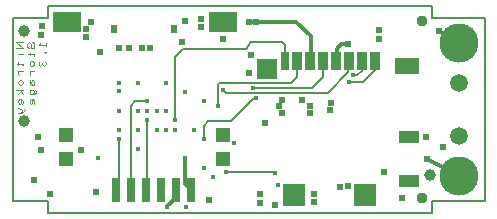
<source format=gbr>
%FSLAX25Y25*%
%MOIN*%
G04 EasyPC Gerber Version 18.0.8 Build 3632 *
%ADD135R,0.02126X0.03150*%
%ADD132R,0.02559X0.08465*%
%ADD130R,0.02953X0.06299*%
%ADD127R,0.03346X0.06299*%
%ADD133R,0.04724X0.05118*%
%ADD128R,0.06575X0.07087*%
%ADD125C,0.00394*%
%ADD10C,0.00500*%
%ADD77C,0.00590*%
%ADD126R,0.06693X0.03937*%
%ADD76C,0.01200*%
%ADD75C,0.01600*%
%ADD73C,0.01772*%
%ADD74C,0.02400*%
%ADD79C,0.03740*%
%ADD29C,0.03937*%
%ADD26C,0.05918*%
%ADD25C,0.13055*%
%ADD129R,0.08071X0.05315*%
%ADD134R,0.09449X0.06693*%
%ADD131R,0.07480X0.07283*%
X0Y0D02*
D02*
D10*
X166667Y14305D02*
X38814D01*
Y18242*
X27003*
Y79462*
X38814*
Y83399*
X166667*
Y79462*
X184423*
Y18242*
X166667*
Y14305*
D02*
D25*
X175761Y26805D03*
Y70899D03*
D02*
D26*
Y39946D03*
Y57757D03*
D02*
D29*
X30683Y74874D03*
X30844Y44912D03*
X165984Y26960D03*
D02*
D73*
X62376Y38911D03*
Y42061D03*
Y48360D03*
Y57809D03*
X62572Y54856D03*
X68675Y35761D03*
Y42061D03*
Y48360D03*
Y57809D03*
X71824Y48360D03*
X74974Y42061D03*
Y48360D03*
X78124Y42061D03*
Y48360D03*
Y57809D03*
X81273Y42061D03*
X84423Y32612D03*
Y54659D03*
X87572Y42061D03*
X90722Y29462D03*
Y38911D03*
Y51509D03*
X93872Y26313D03*
X98202Y27887D03*
X100958Y37730D03*
X108045Y52494D03*
X114344Y27494D03*
D02*
D74*
X34226Y25328D03*
X35407Y39502D03*
X36574Y73574D03*
X36588Y35171D03*
X36653Y76488D03*
X39576Y20730D03*
X49777Y35368D03*
X51574Y73023D03*
Y75582D03*
X53124Y78084D03*
X54895Y21409D03*
X56273Y68045D03*
X62598Y69423D03*
X65748D03*
X70078D03*
X72834D03*
X83635Y71194D03*
X84620Y78281D03*
X89960Y76370D03*
Y79126D03*
X92381Y18506D03*
X97218Y72376D03*
X105708Y77887D03*
X105880Y60958D03*
X106470Y67061D03*
X108267Y77887D03*
X109448Y17708D03*
Y20661D03*
X111194Y44423D03*
X114541Y17061D03*
X115722Y49935D03*
X116706Y52100D03*
X116903Y47572D03*
X123596Y52100D03*
X126155Y47572D03*
Y49935D03*
X127362Y17905D03*
Y20661D03*
X132848Y48557D03*
X133045Y51116D03*
X136151Y23112D03*
X138848Y23210D03*
X138950Y70604D03*
X149212Y72433D03*
Y75189D03*
X150787Y27944D03*
X156968Y19254D03*
X164935Y39502D03*
X165131Y32317D03*
X169069Y75033D03*
X170446Y36155D03*
D02*
D75*
X55486Y32612D03*
X71824Y45210D03*
Y51509D03*
X78517Y16470D03*
X81273Y45210D03*
X84842Y16273D03*
X95446Y50131D03*
X97218Y55250D03*
X107257Y56037D03*
X115328Y23557D03*
X139147Y58006D03*
X140328Y60171D03*
D02*
D76*
X81506Y22020D02*
X81667D01*
Y19656*
X78517Y16506*
Y16470*
X84423Y32612D02*
Y24103D01*
X86506Y22020*
X105708Y77887D02*
X108267D01*
X121628*
X126352Y73163*
Y67061*
X126155Y66864*
X126352*
Y64815*
X126187*
X134848D02*
X135013D01*
Y69029*
X136588Y70604*
X138950*
X165131Y32317D02*
X175761Y26805D01*
Y70899D02*
X169069Y75033D01*
D02*
D77*
X62376Y38911D02*
Y22890D01*
X61506Y22020*
X71824Y45210D02*
Y22020D01*
X71506*
X71824Y51509D02*
X67887D01*
X66509Y50131*
Y30882*
X66506Y30878*
Y22020*
X95446Y50131D02*
Y57218D01*
X96037Y57809*
X119856*
X121824Y59777*
Y65289*
X121856Y64815*
X97218Y55250D02*
X97415D01*
Y54856*
X98006Y54265*
X132061*
X138950Y61155*
Y66667*
X139179Y64815*
X98202Y27887D02*
X113950D01*
X114344Y27494*
X107257Y56037D02*
X126746D01*
X130502Y59793*
Y64815*
X130518*
X108045Y52494D02*
X107454D01*
X99777Y44817*
X92100*
X90722Y43439*
Y38911*
X117722Y64815D02*
X117691D01*
Y70210*
X116706Y71194*
X106470*
X104783Y68832*
X83689*
X81273Y66417*
Y45210*
X139147Y58006D02*
X143872D01*
X147809Y61943*
Y62139*
X147841Y67816*
Y64815*
X140328Y60171D02*
X141903D01*
X143478Y61746*
Y67800*
X143510Y64815*
D02*
D79*
X163324Y19321D03*
Y78376D03*
D02*
D125*
X30443Y71212D02*
X28080D01*
X30443Y69244*
X28080*
X30443Y67275D02*
X28868D01*
X28277D02*
X28868Y64519*
Y63732D01*
X28474Y64126D02*
X30246D01*
X30443Y63929*
Y63732*
X30246Y63535*
X30443Y61763D02*
X28868D01*
X29458D02*
X29065Y61567D01*
X28868Y61173*
Y60779*
X29065Y60385*
X29852Y58614D02*
X30246Y58417D01*
X30443Y58023*
Y57630*
X30246Y57236*
X29852Y57039*
X29458*
X29065Y57236*
X28868Y57630*
Y58023*
X29065Y58417*
X29458Y58614*
X29852*
X30443Y55464D02*
X28080D01*
X29655D02*
Y54874D01*
X28868Y53889*
X29655Y54874D02*
X30443Y53889D01*
X30246Y50740D02*
X30443Y50937D01*
Y51330*
Y51724*
X30246Y52118*
X29852Y52315*
X29261*
X29065Y52118*
X28868Y51724*
Y51330*
X29065Y50937*
X29261Y50740*
X29458*
X29655Y50937*
X29852Y51330*
Y51724*
X29655Y52118*
X29458Y52315*
X28868Y49165D02*
X29655Y48968D01*
X30049Y48574*
Y48181*
X29655Y47787*
X28868Y47590*
X29655Y47787D02*
X30443Y47984D01*
X30836Y48181*
X31033Y48574*
X30836Y48968*
X33631Y71212D02*
X34025Y71015D01*
X34222Y70622*
Y69834*
X34025Y69441*
X33631Y69244*
X33238Y69441*
X33041Y69834*
Y70622*
X32844Y71015*
X32450Y71212*
X32057Y71015*
X31860Y70622*
Y69834*
X32057Y69441*
X32450Y69244*
X32647Y67669D02*
Y66881D01*
X32254Y67275D02*
X34025D01*
X34222Y67078*
Y66881*
X34025Y66685*
X33631Y64913D02*
X34025Y64716D01*
X34222Y64322*
Y63929*
X34025Y63535*
X33631Y63338*
X33238*
X32844Y63535*
X32647Y63929*
Y64322*
X32844Y64716*
X33238Y64913*
X33631*
X34222Y61763D02*
X32647D01*
X33238D02*
X32844Y61567D01*
X32647Y61173*
Y60779*
X32844Y60385*
Y58614D02*
X32647Y58220D01*
Y57630*
X32844Y57236*
X33238Y57039*
X33828*
X34025Y57236*
X34222Y57630*
Y58023*
X34025Y58417*
X33828Y58614*
X33631*
X33435Y58417*
X33238Y58023*
Y57630*
X33435Y57236*
X33631Y57039*
X33828D02*
X34222D01*
X33238Y53889D02*
X32844Y54086D01*
X32647Y54480*
Y54874*
X32844Y55267*
X33238Y55464*
X33435*
X33828Y55267*
X34025Y54874*
Y54480*
X33828Y54086*
X33435Y53889*
X32647D02*
X34222D01*
X34616Y54086*
X34813Y54480*
Y55070*
X34616Y55464*
X34025Y50740D02*
X34222Y50937D01*
Y51330*
Y51724*
X34025Y52118*
X33631Y52315*
X33041*
X32844Y52118*
X32647Y51724*
Y51330*
X32844Y50937*
X33041Y50740*
X33238*
X33435Y50937*
X33631Y51330*
Y51724*
X33435Y52118*
X33238Y52315*
X38002Y70819D02*
Y70031D01*
Y70425D02*
X35639D01*
X36033Y70819*
X38002Y67866D02*
X37805Y67669D01*
X37608Y67866*
X37805Y68063*
X38002Y67866*
X37805Y64716D02*
X38002Y64322D01*
Y63929*
X37805Y63535*
X37411Y63338*
X37017Y63535*
X36820Y63929*
Y64322*
Y63929D02*
X36624Y63535D01*
X36230Y63338*
X35836Y63535*
X35639Y63929*
Y64322*
X35836Y64716*
D02*
D126*
X159140Y24996D03*
Y39540D03*
D02*
D127*
X121856Y64815D03*
X126187D03*
X130518D03*
X134848D03*
X139179D03*
X143510D03*
X147841D03*
D02*
D128*
X111935Y62404D03*
D02*
D129*
X158510Y63319D03*
D02*
D130*
X117722Y64815D03*
D02*
D131*
X120872Y20150D03*
X144376D03*
D02*
D132*
X61506Y22020D03*
X66506D03*
X71506D03*
X76506D03*
X81506D03*
X86506D03*
D02*
D133*
X44774Y32375D03*
Y40249D03*
X96978Y32375D03*
X97057Y40249D03*
D02*
D134*
X44970Y77926D03*
X97057Y77965D03*
D02*
D135*
X60939Y75603D03*
X80939D03*
X0Y0D02*
M02*

</source>
